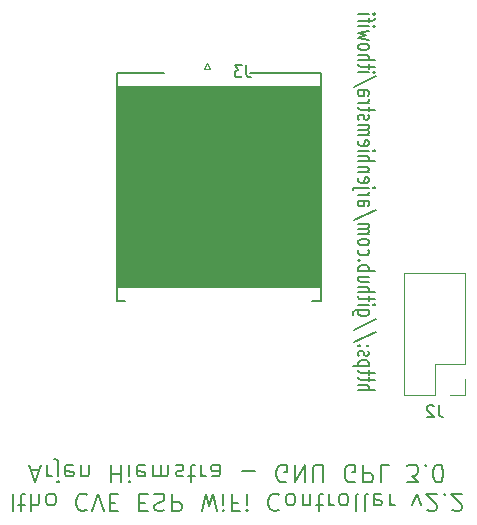
<source format=gbo>
G04 #@! TF.GenerationSoftware,KiCad,Pcbnew,(5.1.9-0-10_14)*
G04 #@! TF.CreationDate,2021-01-13T19:52:55+01:00*
G04 #@! TF.ProjectId,ithowifi,6974686f-7769-4666-992e-6b696361645f,rev?*
G04 #@! TF.SameCoordinates,Original*
G04 #@! TF.FileFunction,Legend,Bot*
G04 #@! TF.FilePolarity,Positive*
%FSLAX46Y46*%
G04 Gerber Fmt 4.6, Leading zero omitted, Abs format (unit mm)*
G04 Created by KiCad (PCBNEW (5.1.9-0-10_14)) date 2021-01-13 19:52:55*
%MOMM*%
%LPD*%
G01*
G04 APERTURE LIST*
%ADD10C,0.100000*%
%ADD11C,0.200000*%
%ADD12C,0.120000*%
%ADD13C,0.150000*%
G04 APERTURE END LIST*
D10*
G36*
X111125000Y-129997200D02*
G01*
X93878400Y-129997200D01*
X93853000Y-113030000D01*
X111125000Y-113030000D01*
X111125000Y-129997200D01*
G37*
X111125000Y-129997200D02*
X93878400Y-129997200D01*
X93853000Y-113030000D01*
X111125000Y-113030000D01*
X111125000Y-129997200D01*
D11*
X114301666Y-138762971D02*
X115701666Y-138762971D01*
X114301666Y-138334400D02*
X115035000Y-138334400D01*
X115168333Y-138382019D01*
X115235000Y-138477257D01*
X115235000Y-138620114D01*
X115168333Y-138715352D01*
X115101666Y-138762971D01*
X115235000Y-138001066D02*
X115235000Y-137620114D01*
X115701666Y-137858209D02*
X114501666Y-137858209D01*
X114368333Y-137810590D01*
X114301666Y-137715352D01*
X114301666Y-137620114D01*
X115235000Y-137429638D02*
X115235000Y-137048685D01*
X115701666Y-137286780D02*
X114501666Y-137286780D01*
X114368333Y-137239161D01*
X114301666Y-137143923D01*
X114301666Y-137048685D01*
X115235000Y-136715352D02*
X113835000Y-136715352D01*
X115168333Y-136715352D02*
X115235000Y-136620114D01*
X115235000Y-136429638D01*
X115168333Y-136334400D01*
X115101666Y-136286780D01*
X114968333Y-136239161D01*
X114568333Y-136239161D01*
X114435000Y-136286780D01*
X114368333Y-136334400D01*
X114301666Y-136429638D01*
X114301666Y-136620114D01*
X114368333Y-136715352D01*
X114368333Y-135858209D02*
X114301666Y-135762971D01*
X114301666Y-135572495D01*
X114368333Y-135477257D01*
X114501666Y-135429638D01*
X114568333Y-135429638D01*
X114701666Y-135477257D01*
X114768333Y-135572495D01*
X114768333Y-135715352D01*
X114835000Y-135810590D01*
X114968333Y-135858209D01*
X115035000Y-135858209D01*
X115168333Y-135810590D01*
X115235000Y-135715352D01*
X115235000Y-135572495D01*
X115168333Y-135477257D01*
X114435000Y-135001066D02*
X114368333Y-134953447D01*
X114301666Y-135001066D01*
X114368333Y-135048685D01*
X114435000Y-135001066D01*
X114301666Y-135001066D01*
X115168333Y-135001066D02*
X115101666Y-134953447D01*
X115035000Y-135001066D01*
X115101666Y-135048685D01*
X115168333Y-135001066D01*
X115035000Y-135001066D01*
X115768333Y-133810590D02*
X113968333Y-134667733D01*
X115768333Y-132762971D02*
X113968333Y-133620114D01*
X115235000Y-132001066D02*
X114101666Y-132001066D01*
X113968333Y-132048685D01*
X113901666Y-132096304D01*
X113835000Y-132191542D01*
X113835000Y-132334400D01*
X113901666Y-132429638D01*
X114368333Y-132001066D02*
X114301666Y-132096304D01*
X114301666Y-132286780D01*
X114368333Y-132382019D01*
X114435000Y-132429638D01*
X114568333Y-132477257D01*
X114968333Y-132477257D01*
X115101666Y-132429638D01*
X115168333Y-132382019D01*
X115235000Y-132286780D01*
X115235000Y-132096304D01*
X115168333Y-132001066D01*
X114301666Y-131524876D02*
X115235000Y-131524876D01*
X115701666Y-131524876D02*
X115635000Y-131572495D01*
X115568333Y-131524876D01*
X115635000Y-131477257D01*
X115701666Y-131524876D01*
X115568333Y-131524876D01*
X115235000Y-131191542D02*
X115235000Y-130810590D01*
X115701666Y-131048685D02*
X114501666Y-131048685D01*
X114368333Y-131001066D01*
X114301666Y-130905828D01*
X114301666Y-130810590D01*
X114301666Y-130477257D02*
X115701666Y-130477257D01*
X114301666Y-130048685D02*
X115035000Y-130048685D01*
X115168333Y-130096304D01*
X115235000Y-130191542D01*
X115235000Y-130334400D01*
X115168333Y-130429638D01*
X115101666Y-130477257D01*
X115235000Y-129143923D02*
X114301666Y-129143923D01*
X115235000Y-129572495D02*
X114501666Y-129572495D01*
X114368333Y-129524876D01*
X114301666Y-129429638D01*
X114301666Y-129286780D01*
X114368333Y-129191542D01*
X114435000Y-129143923D01*
X114301666Y-128667733D02*
X115701666Y-128667733D01*
X115168333Y-128667733D02*
X115235000Y-128572495D01*
X115235000Y-128382019D01*
X115168333Y-128286780D01*
X115101666Y-128239161D01*
X114968333Y-128191542D01*
X114568333Y-128191542D01*
X114435000Y-128239161D01*
X114368333Y-128286780D01*
X114301666Y-128382019D01*
X114301666Y-128572495D01*
X114368333Y-128667733D01*
X114435000Y-127762971D02*
X114368333Y-127715352D01*
X114301666Y-127762971D01*
X114368333Y-127810590D01*
X114435000Y-127762971D01*
X114301666Y-127762971D01*
X114368333Y-126858209D02*
X114301666Y-126953447D01*
X114301666Y-127143923D01*
X114368333Y-127239161D01*
X114435000Y-127286780D01*
X114568333Y-127334400D01*
X114968333Y-127334400D01*
X115101666Y-127286780D01*
X115168333Y-127239161D01*
X115235000Y-127143923D01*
X115235000Y-126953447D01*
X115168333Y-126858209D01*
X114301666Y-126286780D02*
X114368333Y-126382019D01*
X114435000Y-126429638D01*
X114568333Y-126477257D01*
X114968333Y-126477257D01*
X115101666Y-126429638D01*
X115168333Y-126382019D01*
X115235000Y-126286780D01*
X115235000Y-126143923D01*
X115168333Y-126048685D01*
X115101666Y-126001066D01*
X114968333Y-125953447D01*
X114568333Y-125953447D01*
X114435000Y-126001066D01*
X114368333Y-126048685D01*
X114301666Y-126143923D01*
X114301666Y-126286780D01*
X114301666Y-125524876D02*
X115235000Y-125524876D01*
X115101666Y-125524876D02*
X115168333Y-125477257D01*
X115235000Y-125382019D01*
X115235000Y-125239161D01*
X115168333Y-125143923D01*
X115035000Y-125096304D01*
X114301666Y-125096304D01*
X115035000Y-125096304D02*
X115168333Y-125048685D01*
X115235000Y-124953447D01*
X115235000Y-124810590D01*
X115168333Y-124715352D01*
X115035000Y-124667733D01*
X114301666Y-124667733D01*
X115768333Y-123477257D02*
X113968333Y-124334400D01*
X114301666Y-122715352D02*
X115035000Y-122715352D01*
X115168333Y-122762971D01*
X115235000Y-122858209D01*
X115235000Y-123048685D01*
X115168333Y-123143923D01*
X114368333Y-122715352D02*
X114301666Y-122810590D01*
X114301666Y-123048685D01*
X114368333Y-123143923D01*
X114501666Y-123191542D01*
X114635000Y-123191542D01*
X114768333Y-123143923D01*
X114835000Y-123048685D01*
X114835000Y-122810590D01*
X114901666Y-122715352D01*
X114301666Y-122239161D02*
X115235000Y-122239161D01*
X114968333Y-122239161D02*
X115101666Y-122191542D01*
X115168333Y-122143923D01*
X115235000Y-122048685D01*
X115235000Y-121953447D01*
X115235000Y-121620114D02*
X114035000Y-121620114D01*
X113901666Y-121667733D01*
X113835000Y-121762971D01*
X113835000Y-121810590D01*
X115701666Y-121620114D02*
X115635000Y-121667733D01*
X115568333Y-121620114D01*
X115635000Y-121572495D01*
X115701666Y-121620114D01*
X115568333Y-121620114D01*
X114368333Y-120762971D02*
X114301666Y-120858209D01*
X114301666Y-121048685D01*
X114368333Y-121143923D01*
X114501666Y-121191542D01*
X115035000Y-121191542D01*
X115168333Y-121143923D01*
X115235000Y-121048685D01*
X115235000Y-120858209D01*
X115168333Y-120762971D01*
X115035000Y-120715352D01*
X114901666Y-120715352D01*
X114768333Y-121191542D01*
X115235000Y-120286780D02*
X114301666Y-120286780D01*
X115101666Y-120286780D02*
X115168333Y-120239161D01*
X115235000Y-120143923D01*
X115235000Y-120001066D01*
X115168333Y-119905828D01*
X115035000Y-119858209D01*
X114301666Y-119858209D01*
X114301666Y-119382019D02*
X115701666Y-119382019D01*
X114301666Y-118953447D02*
X115035000Y-118953447D01*
X115168333Y-119001066D01*
X115235000Y-119096304D01*
X115235000Y-119239161D01*
X115168333Y-119334400D01*
X115101666Y-119382019D01*
X114301666Y-118477257D02*
X115235000Y-118477257D01*
X115701666Y-118477257D02*
X115635000Y-118524876D01*
X115568333Y-118477257D01*
X115635000Y-118429638D01*
X115701666Y-118477257D01*
X115568333Y-118477257D01*
X114368333Y-117620114D02*
X114301666Y-117715352D01*
X114301666Y-117905828D01*
X114368333Y-118001066D01*
X114501666Y-118048685D01*
X115035000Y-118048685D01*
X115168333Y-118001066D01*
X115235000Y-117905828D01*
X115235000Y-117715352D01*
X115168333Y-117620114D01*
X115035000Y-117572495D01*
X114901666Y-117572495D01*
X114768333Y-118048685D01*
X114301666Y-117143923D02*
X115235000Y-117143923D01*
X115101666Y-117143923D02*
X115168333Y-117096304D01*
X115235000Y-117001066D01*
X115235000Y-116858209D01*
X115168333Y-116762971D01*
X115035000Y-116715352D01*
X114301666Y-116715352D01*
X115035000Y-116715352D02*
X115168333Y-116667733D01*
X115235000Y-116572495D01*
X115235000Y-116429638D01*
X115168333Y-116334400D01*
X115035000Y-116286780D01*
X114301666Y-116286780D01*
X114368333Y-115858209D02*
X114301666Y-115762971D01*
X114301666Y-115572495D01*
X114368333Y-115477257D01*
X114501666Y-115429638D01*
X114568333Y-115429638D01*
X114701666Y-115477257D01*
X114768333Y-115572495D01*
X114768333Y-115715352D01*
X114835000Y-115810590D01*
X114968333Y-115858209D01*
X115035000Y-115858209D01*
X115168333Y-115810590D01*
X115235000Y-115715352D01*
X115235000Y-115572495D01*
X115168333Y-115477257D01*
X115235000Y-115143923D02*
X115235000Y-114762971D01*
X115701666Y-115001066D02*
X114501666Y-115001066D01*
X114368333Y-114953447D01*
X114301666Y-114858209D01*
X114301666Y-114762971D01*
X114301666Y-114429638D02*
X115235000Y-114429638D01*
X114968333Y-114429638D02*
X115101666Y-114382019D01*
X115168333Y-114334400D01*
X115235000Y-114239161D01*
X115235000Y-114143923D01*
X114301666Y-113382019D02*
X115035000Y-113382019D01*
X115168333Y-113429638D01*
X115235000Y-113524876D01*
X115235000Y-113715352D01*
X115168333Y-113810590D01*
X114368333Y-113382019D02*
X114301666Y-113477257D01*
X114301666Y-113715352D01*
X114368333Y-113810590D01*
X114501666Y-113858209D01*
X114635000Y-113858209D01*
X114768333Y-113810590D01*
X114835000Y-113715352D01*
X114835000Y-113477257D01*
X114901666Y-113382019D01*
X115768333Y-112191542D02*
X113968333Y-113048685D01*
X114301666Y-111858209D02*
X115235000Y-111858209D01*
X115701666Y-111858209D02*
X115635000Y-111905828D01*
X115568333Y-111858209D01*
X115635000Y-111810590D01*
X115701666Y-111858209D01*
X115568333Y-111858209D01*
X115235000Y-111524876D02*
X115235000Y-111143923D01*
X115701666Y-111382019D02*
X114501666Y-111382019D01*
X114368333Y-111334400D01*
X114301666Y-111239161D01*
X114301666Y-111143923D01*
X114301666Y-110810590D02*
X115701666Y-110810590D01*
X114301666Y-110382019D02*
X115035000Y-110382019D01*
X115168333Y-110429638D01*
X115235000Y-110524876D01*
X115235000Y-110667733D01*
X115168333Y-110762971D01*
X115101666Y-110810590D01*
X114301666Y-109762971D02*
X114368333Y-109858209D01*
X114435000Y-109905828D01*
X114568333Y-109953447D01*
X114968333Y-109953447D01*
X115101666Y-109905828D01*
X115168333Y-109858209D01*
X115235000Y-109762971D01*
X115235000Y-109620114D01*
X115168333Y-109524876D01*
X115101666Y-109477257D01*
X114968333Y-109429638D01*
X114568333Y-109429638D01*
X114435000Y-109477257D01*
X114368333Y-109524876D01*
X114301666Y-109620114D01*
X114301666Y-109762971D01*
X115235000Y-109096304D02*
X114301666Y-108905828D01*
X114968333Y-108715352D01*
X114301666Y-108524876D01*
X115235000Y-108334400D01*
X114301666Y-107953447D02*
X115235000Y-107953447D01*
X115701666Y-107953447D02*
X115635000Y-108001066D01*
X115568333Y-107953447D01*
X115635000Y-107905828D01*
X115701666Y-107953447D01*
X115568333Y-107953447D01*
X115235000Y-107620114D02*
X115235000Y-107239161D01*
X114301666Y-107477257D02*
X115501666Y-107477257D01*
X115635000Y-107429638D01*
X115701666Y-107334400D01*
X115701666Y-107239161D01*
X114301666Y-106905828D02*
X115235000Y-106905828D01*
X115701666Y-106905828D02*
X115635000Y-106953447D01*
X115568333Y-106905828D01*
X115635000Y-106858209D01*
X115701666Y-106905828D01*
X115568333Y-106905828D01*
X85038400Y-147510828D02*
X85038400Y-149010828D01*
X85538400Y-148510828D02*
X86109828Y-148510828D01*
X85752685Y-149010828D02*
X85752685Y-147725114D01*
X85824114Y-147582257D01*
X85966971Y-147510828D01*
X86109828Y-147510828D01*
X86609828Y-147510828D02*
X86609828Y-149010828D01*
X87252685Y-147510828D02*
X87252685Y-148296542D01*
X87181257Y-148439400D01*
X87038400Y-148510828D01*
X86824114Y-148510828D01*
X86681257Y-148439400D01*
X86609828Y-148367971D01*
X88181257Y-147510828D02*
X88038400Y-147582257D01*
X87966971Y-147653685D01*
X87895542Y-147796542D01*
X87895542Y-148225114D01*
X87966971Y-148367971D01*
X88038400Y-148439400D01*
X88181257Y-148510828D01*
X88395542Y-148510828D01*
X88538400Y-148439400D01*
X88609828Y-148367971D01*
X88681257Y-148225114D01*
X88681257Y-147796542D01*
X88609828Y-147653685D01*
X88538400Y-147582257D01*
X88395542Y-147510828D01*
X88181257Y-147510828D01*
X91324114Y-147653685D02*
X91252685Y-147582257D01*
X91038400Y-147510828D01*
X90895542Y-147510828D01*
X90681257Y-147582257D01*
X90538400Y-147725114D01*
X90466971Y-147867971D01*
X90395542Y-148153685D01*
X90395542Y-148367971D01*
X90466971Y-148653685D01*
X90538400Y-148796542D01*
X90681257Y-148939400D01*
X90895542Y-149010828D01*
X91038400Y-149010828D01*
X91252685Y-148939400D01*
X91324114Y-148867971D01*
X91752685Y-149010828D02*
X92252685Y-147510828D01*
X92752685Y-149010828D01*
X93252685Y-148296542D02*
X93752685Y-148296542D01*
X93966971Y-147510828D02*
X93252685Y-147510828D01*
X93252685Y-149010828D01*
X93966971Y-149010828D01*
X95752685Y-148296542D02*
X96252685Y-148296542D01*
X96466971Y-147510828D02*
X95752685Y-147510828D01*
X95752685Y-149010828D01*
X96466971Y-149010828D01*
X97038400Y-147582257D02*
X97252685Y-147510828D01*
X97609828Y-147510828D01*
X97752685Y-147582257D01*
X97824114Y-147653685D01*
X97895542Y-147796542D01*
X97895542Y-147939400D01*
X97824114Y-148082257D01*
X97752685Y-148153685D01*
X97609828Y-148225114D01*
X97324114Y-148296542D01*
X97181257Y-148367971D01*
X97109828Y-148439400D01*
X97038400Y-148582257D01*
X97038400Y-148725114D01*
X97109828Y-148867971D01*
X97181257Y-148939400D01*
X97324114Y-149010828D01*
X97681257Y-149010828D01*
X97895542Y-148939400D01*
X98538400Y-147510828D02*
X98538400Y-149010828D01*
X99109828Y-149010828D01*
X99252685Y-148939400D01*
X99324114Y-148867971D01*
X99395542Y-148725114D01*
X99395542Y-148510828D01*
X99324114Y-148367971D01*
X99252685Y-148296542D01*
X99109828Y-148225114D01*
X98538400Y-148225114D01*
X101038400Y-149010828D02*
X101395542Y-147510828D01*
X101681257Y-148582257D01*
X101966971Y-147510828D01*
X102324114Y-149010828D01*
X102895542Y-147510828D02*
X102895542Y-148510828D01*
X102895542Y-149010828D02*
X102824114Y-148939400D01*
X102895542Y-148867971D01*
X102966971Y-148939400D01*
X102895542Y-149010828D01*
X102895542Y-148867971D01*
X104109828Y-148296542D02*
X103609828Y-148296542D01*
X103609828Y-147510828D02*
X103609828Y-149010828D01*
X104324114Y-149010828D01*
X104895542Y-147510828D02*
X104895542Y-148510828D01*
X104895542Y-149010828D02*
X104824114Y-148939400D01*
X104895542Y-148867971D01*
X104966971Y-148939400D01*
X104895542Y-149010828D01*
X104895542Y-148867971D01*
X107609828Y-147653685D02*
X107538400Y-147582257D01*
X107324114Y-147510828D01*
X107181257Y-147510828D01*
X106966971Y-147582257D01*
X106824114Y-147725114D01*
X106752685Y-147867971D01*
X106681257Y-148153685D01*
X106681257Y-148367971D01*
X106752685Y-148653685D01*
X106824114Y-148796542D01*
X106966971Y-148939400D01*
X107181257Y-149010828D01*
X107324114Y-149010828D01*
X107538400Y-148939400D01*
X107609828Y-148867971D01*
X108466971Y-147510828D02*
X108324114Y-147582257D01*
X108252685Y-147653685D01*
X108181257Y-147796542D01*
X108181257Y-148225114D01*
X108252685Y-148367971D01*
X108324114Y-148439400D01*
X108466971Y-148510828D01*
X108681257Y-148510828D01*
X108824114Y-148439400D01*
X108895542Y-148367971D01*
X108966971Y-148225114D01*
X108966971Y-147796542D01*
X108895542Y-147653685D01*
X108824114Y-147582257D01*
X108681257Y-147510828D01*
X108466971Y-147510828D01*
X109609828Y-148510828D02*
X109609828Y-147510828D01*
X109609828Y-148367971D02*
X109681257Y-148439400D01*
X109824114Y-148510828D01*
X110038400Y-148510828D01*
X110181257Y-148439400D01*
X110252685Y-148296542D01*
X110252685Y-147510828D01*
X110752685Y-148510828D02*
X111324114Y-148510828D01*
X110966971Y-149010828D02*
X110966971Y-147725114D01*
X111038400Y-147582257D01*
X111181257Y-147510828D01*
X111324114Y-147510828D01*
X111824114Y-147510828D02*
X111824114Y-148510828D01*
X111824114Y-148225114D02*
X111895542Y-148367971D01*
X111966971Y-148439400D01*
X112109828Y-148510828D01*
X112252685Y-148510828D01*
X112966971Y-147510828D02*
X112824114Y-147582257D01*
X112752685Y-147653685D01*
X112681257Y-147796542D01*
X112681257Y-148225114D01*
X112752685Y-148367971D01*
X112824114Y-148439400D01*
X112966971Y-148510828D01*
X113181257Y-148510828D01*
X113324114Y-148439400D01*
X113395542Y-148367971D01*
X113466971Y-148225114D01*
X113466971Y-147796542D01*
X113395542Y-147653685D01*
X113324114Y-147582257D01*
X113181257Y-147510828D01*
X112966971Y-147510828D01*
X114324114Y-147510828D02*
X114181257Y-147582257D01*
X114109828Y-147725114D01*
X114109828Y-149010828D01*
X115109828Y-147510828D02*
X114966971Y-147582257D01*
X114895542Y-147725114D01*
X114895542Y-149010828D01*
X116252685Y-147582257D02*
X116109828Y-147510828D01*
X115824114Y-147510828D01*
X115681257Y-147582257D01*
X115609828Y-147725114D01*
X115609828Y-148296542D01*
X115681257Y-148439400D01*
X115824114Y-148510828D01*
X116109828Y-148510828D01*
X116252685Y-148439400D01*
X116324114Y-148296542D01*
X116324114Y-148153685D01*
X115609828Y-148010828D01*
X116966971Y-147510828D02*
X116966971Y-148510828D01*
X116966971Y-148225114D02*
X117038400Y-148367971D01*
X117109828Y-148439400D01*
X117252685Y-148510828D01*
X117395542Y-148510828D01*
X118895542Y-148510828D02*
X119252685Y-147510828D01*
X119609828Y-148510828D01*
X120109828Y-148867971D02*
X120181257Y-148939400D01*
X120324114Y-149010828D01*
X120681257Y-149010828D01*
X120824114Y-148939400D01*
X120895542Y-148867971D01*
X120966971Y-148725114D01*
X120966971Y-148582257D01*
X120895542Y-148367971D01*
X120038400Y-147510828D01*
X120966971Y-147510828D01*
X121609828Y-147653685D02*
X121681257Y-147582257D01*
X121609828Y-147510828D01*
X121538400Y-147582257D01*
X121609828Y-147653685D01*
X121609828Y-147510828D01*
X122252685Y-148867971D02*
X122324114Y-148939400D01*
X122466971Y-149010828D01*
X122824114Y-149010828D01*
X122966971Y-148939400D01*
X123038400Y-148867971D01*
X123109828Y-148725114D01*
X123109828Y-148582257D01*
X123038400Y-148367971D01*
X122181257Y-147510828D01*
X123109828Y-147510828D01*
X86574114Y-145489400D02*
X87288400Y-145489400D01*
X86431257Y-145060828D02*
X86931257Y-146560828D01*
X87431257Y-145060828D01*
X87931257Y-145060828D02*
X87931257Y-146060828D01*
X87931257Y-145775114D02*
X88002685Y-145917971D01*
X88074114Y-145989400D01*
X88216971Y-146060828D01*
X88359828Y-146060828D01*
X88859828Y-146060828D02*
X88859828Y-144775114D01*
X88788400Y-144632257D01*
X88645542Y-144560828D01*
X88574114Y-144560828D01*
X88859828Y-146560828D02*
X88788400Y-146489400D01*
X88859828Y-146417971D01*
X88931257Y-146489400D01*
X88859828Y-146560828D01*
X88859828Y-146417971D01*
X90145542Y-145132257D02*
X90002685Y-145060828D01*
X89716971Y-145060828D01*
X89574114Y-145132257D01*
X89502685Y-145275114D01*
X89502685Y-145846542D01*
X89574114Y-145989400D01*
X89716971Y-146060828D01*
X90002685Y-146060828D01*
X90145542Y-145989400D01*
X90216971Y-145846542D01*
X90216971Y-145703685D01*
X89502685Y-145560828D01*
X90859828Y-146060828D02*
X90859828Y-145060828D01*
X90859828Y-145917971D02*
X90931257Y-145989400D01*
X91074114Y-146060828D01*
X91288400Y-146060828D01*
X91431257Y-145989400D01*
X91502685Y-145846542D01*
X91502685Y-145060828D01*
X93359828Y-145060828D02*
X93359828Y-146560828D01*
X93359828Y-145846542D02*
X94216971Y-145846542D01*
X94216971Y-145060828D02*
X94216971Y-146560828D01*
X94931257Y-145060828D02*
X94931257Y-146060828D01*
X94931257Y-146560828D02*
X94859828Y-146489400D01*
X94931257Y-146417971D01*
X95002685Y-146489400D01*
X94931257Y-146560828D01*
X94931257Y-146417971D01*
X96216971Y-145132257D02*
X96074114Y-145060828D01*
X95788400Y-145060828D01*
X95645542Y-145132257D01*
X95574114Y-145275114D01*
X95574114Y-145846542D01*
X95645542Y-145989400D01*
X95788400Y-146060828D01*
X96074114Y-146060828D01*
X96216971Y-145989400D01*
X96288400Y-145846542D01*
X96288400Y-145703685D01*
X95574114Y-145560828D01*
X96931257Y-145060828D02*
X96931257Y-146060828D01*
X96931257Y-145917971D02*
X97002685Y-145989400D01*
X97145542Y-146060828D01*
X97359828Y-146060828D01*
X97502685Y-145989400D01*
X97574114Y-145846542D01*
X97574114Y-145060828D01*
X97574114Y-145846542D02*
X97645542Y-145989400D01*
X97788400Y-146060828D01*
X98002685Y-146060828D01*
X98145542Y-145989400D01*
X98216971Y-145846542D01*
X98216971Y-145060828D01*
X98859828Y-145132257D02*
X99002685Y-145060828D01*
X99288400Y-145060828D01*
X99431257Y-145132257D01*
X99502685Y-145275114D01*
X99502685Y-145346542D01*
X99431257Y-145489400D01*
X99288400Y-145560828D01*
X99074114Y-145560828D01*
X98931257Y-145632257D01*
X98859828Y-145775114D01*
X98859828Y-145846542D01*
X98931257Y-145989400D01*
X99074114Y-146060828D01*
X99288400Y-146060828D01*
X99431257Y-145989400D01*
X99931257Y-146060828D02*
X100502685Y-146060828D01*
X100145542Y-146560828D02*
X100145542Y-145275114D01*
X100216971Y-145132257D01*
X100359828Y-145060828D01*
X100502685Y-145060828D01*
X101002685Y-145060828D02*
X101002685Y-146060828D01*
X101002685Y-145775114D02*
X101074114Y-145917971D01*
X101145542Y-145989400D01*
X101288400Y-146060828D01*
X101431257Y-146060828D01*
X102574114Y-145060828D02*
X102574114Y-145846542D01*
X102502685Y-145989400D01*
X102359828Y-146060828D01*
X102074114Y-146060828D01*
X101931257Y-145989400D01*
X102574114Y-145132257D02*
X102431257Y-145060828D01*
X102074114Y-145060828D01*
X101931257Y-145132257D01*
X101859828Y-145275114D01*
X101859828Y-145417971D01*
X101931257Y-145560828D01*
X102074114Y-145632257D01*
X102431257Y-145632257D01*
X102574114Y-145703685D01*
X104431257Y-145632257D02*
X105574114Y-145632257D01*
X108216971Y-146489400D02*
X108074114Y-146560828D01*
X107859828Y-146560828D01*
X107645542Y-146489400D01*
X107502685Y-146346542D01*
X107431257Y-146203685D01*
X107359828Y-145917971D01*
X107359828Y-145703685D01*
X107431257Y-145417971D01*
X107502685Y-145275114D01*
X107645542Y-145132257D01*
X107859828Y-145060828D01*
X108002685Y-145060828D01*
X108216971Y-145132257D01*
X108288400Y-145203685D01*
X108288400Y-145703685D01*
X108002685Y-145703685D01*
X108931257Y-145060828D02*
X108931257Y-146560828D01*
X109788400Y-145060828D01*
X109788400Y-146560828D01*
X110502685Y-146560828D02*
X110502685Y-145346542D01*
X110574114Y-145203685D01*
X110645542Y-145132257D01*
X110788400Y-145060828D01*
X111074114Y-145060828D01*
X111216971Y-145132257D01*
X111288400Y-145203685D01*
X111359828Y-145346542D01*
X111359828Y-146560828D01*
X114002685Y-146489400D02*
X113859828Y-146560828D01*
X113645542Y-146560828D01*
X113431257Y-146489400D01*
X113288400Y-146346542D01*
X113216971Y-146203685D01*
X113145542Y-145917971D01*
X113145542Y-145703685D01*
X113216971Y-145417971D01*
X113288400Y-145275114D01*
X113431257Y-145132257D01*
X113645542Y-145060828D01*
X113788400Y-145060828D01*
X114002685Y-145132257D01*
X114074114Y-145203685D01*
X114074114Y-145703685D01*
X113788400Y-145703685D01*
X114716971Y-145060828D02*
X114716971Y-146560828D01*
X115288400Y-146560828D01*
X115431257Y-146489400D01*
X115502685Y-146417971D01*
X115574114Y-146275114D01*
X115574114Y-146060828D01*
X115502685Y-145917971D01*
X115431257Y-145846542D01*
X115288400Y-145775114D01*
X114716971Y-145775114D01*
X116931257Y-145060828D02*
X116216971Y-145060828D01*
X116216971Y-146560828D01*
X118431257Y-146560828D02*
X119359828Y-146560828D01*
X118859828Y-145989400D01*
X119074114Y-145989400D01*
X119216971Y-145917971D01*
X119288400Y-145846542D01*
X119359828Y-145703685D01*
X119359828Y-145346542D01*
X119288400Y-145203685D01*
X119216971Y-145132257D01*
X119074114Y-145060828D01*
X118645542Y-145060828D01*
X118502685Y-145132257D01*
X118431257Y-145203685D01*
X120002685Y-145203685D02*
X120074114Y-145132257D01*
X120002685Y-145060828D01*
X119931257Y-145132257D01*
X120002685Y-145203685D01*
X120002685Y-145060828D01*
X121002685Y-146560828D02*
X121145542Y-146560828D01*
X121288400Y-146489400D01*
X121359828Y-146417971D01*
X121431257Y-146275114D01*
X121502685Y-145989400D01*
X121502685Y-145632257D01*
X121431257Y-145346542D01*
X121359828Y-145203685D01*
X121288400Y-145132257D01*
X121145542Y-145060828D01*
X121002685Y-145060828D01*
X120859828Y-145132257D01*
X120788400Y-145203685D01*
X120716971Y-145346542D01*
X120645542Y-145632257D01*
X120645542Y-145989400D01*
X120716971Y-146275114D01*
X120788400Y-146417971D01*
X120859828Y-146489400D01*
X121002685Y-146560828D01*
D12*
X101248400Y-111558400D02*
X101498400Y-111058400D01*
X101748400Y-111558400D02*
X101248400Y-111558400D01*
X101498400Y-111058400D02*
X101748400Y-111558400D01*
D13*
X111139000Y-131189000D02*
X111139000Y-111889000D01*
X111139000Y-111889000D02*
X105114000Y-111889000D01*
X97864000Y-111889000D02*
X93839000Y-111889000D01*
X93839000Y-111889000D02*
X93839000Y-131189000D01*
X93839000Y-131189000D02*
X94589000Y-131189000D01*
X110389000Y-131189000D02*
X111139000Y-131189000D01*
D12*
X118177000Y-139125000D02*
X120777000Y-139125000D01*
X118177000Y-139125000D02*
X118177000Y-128845000D01*
X118177000Y-128845000D02*
X123377000Y-128845000D01*
X123377000Y-136525000D02*
X123377000Y-128845000D01*
X120777000Y-136525000D02*
X123377000Y-136525000D01*
X120777000Y-139125000D02*
X120777000Y-136525000D01*
X123377000Y-139125000D02*
X123377000Y-137795000D01*
X122047000Y-139125000D02*
X123377000Y-139125000D01*
D13*
X104831733Y-111260780D02*
X104831733Y-111975066D01*
X104879352Y-112117923D01*
X104974590Y-112213161D01*
X105117447Y-112260780D01*
X105212685Y-112260780D01*
X104450780Y-111260780D02*
X103831733Y-111260780D01*
X104165066Y-111641733D01*
X104022209Y-111641733D01*
X103926971Y-111689352D01*
X103879352Y-111736971D01*
X103831733Y-111832209D01*
X103831733Y-112070304D01*
X103879352Y-112165542D01*
X103926971Y-112213161D01*
X104022209Y-112260780D01*
X104307923Y-112260780D01*
X104403161Y-112213161D01*
X104450780Y-112165542D01*
X101941380Y-120777095D02*
X102750904Y-120777095D01*
X102846142Y-120824714D01*
X102893761Y-120872333D01*
X102941380Y-120967571D01*
X102941380Y-121158047D01*
X102893761Y-121253285D01*
X102846142Y-121300904D01*
X102750904Y-121348523D01*
X101941380Y-121348523D01*
X102036619Y-121777095D02*
X101989000Y-121824714D01*
X101941380Y-121919952D01*
X101941380Y-122158047D01*
X101989000Y-122253285D01*
X102036619Y-122300904D01*
X102131857Y-122348523D01*
X102227095Y-122348523D01*
X102369952Y-122300904D01*
X102941380Y-121729476D01*
X102941380Y-122348523D01*
X121110333Y-140017380D02*
X121110333Y-140731666D01*
X121157952Y-140874523D01*
X121253190Y-140969761D01*
X121396047Y-141017380D01*
X121491285Y-141017380D01*
X120681761Y-140112619D02*
X120634142Y-140065000D01*
X120538904Y-140017380D01*
X120300809Y-140017380D01*
X120205571Y-140065000D01*
X120157952Y-140112619D01*
X120110333Y-140207857D01*
X120110333Y-140303095D01*
X120157952Y-140445952D01*
X120729380Y-141017380D01*
X120110333Y-141017380D01*
M02*

</source>
